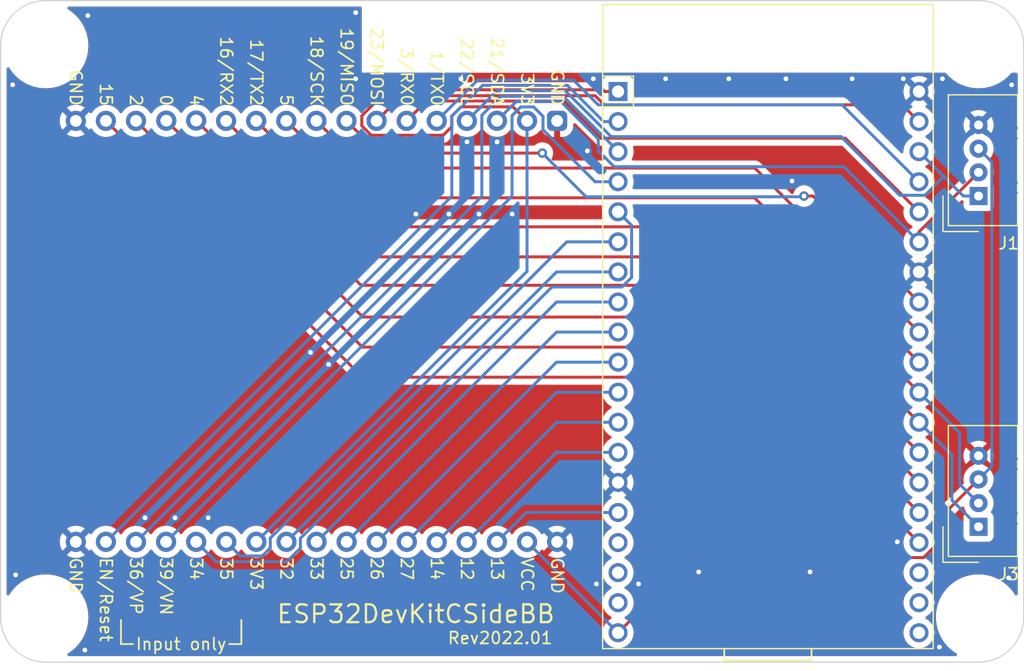
<source format=kicad_pcb>
(kicad_pcb (version 20211014) (generator pcbnew)
  (layers (0 "F.Cu" signal) (31 "B.Cu" signal) (34 "B.Paste" user) (35 "F.Paste" user) (36 "B.SilkS" user "B.Silkscreen") (37 "F.SilkS" user "F.Silkscreen") (38 "B.Mask" user) (39 "F.Mask" user) (44 "Edge.Cuts" user))
  (net 0 "")
  (net 1 "/22_SCL")
  (net 2 "/21_SDA")
  (net 3 "VCC")
  (net 4 "GND")
  (net 5 "+3V3")
  (net 6 "/1_TX0")
  (net 7 "/3_RX0")
  (net 8 "/23_MOSI")
  (net 9 "/19_MISO")
  (net 10 "/18_SCK")
  (net 11 "/5")
  (net 12 "/17_TX2")
  (net 13 "/16_RX2")
  (net 14 "/4")
  (net 15 "/0")
  (net 16 "/2")
  (net 17 "/15")
  (net 18 "/13")
  (net 19 "/12")
  (net 20 "/14")
  (net 21 "/27")
  (net 22 "/26")
  (net 23 "/25")
  (net 24 "/33")
  (net 25 "/32")
  (net 26 "/35")
  (net 27 "/34")
  (net 28 "/39_vn")
  (net 29 "/36_vp")
  (net 30 "/en_reset")
  (footprint "asukiaaa-kicad-footprints:ESP32-DEVKITC-32D" (layer "F.Cu") (at 198.17 55.9416)
    (fp_text reference "U1" hide)
    (fp_text value "ESP32-DEVKITC-32D")
    (fp_line (start 26.6 47.06) (end -1.3 47.06) (layer "F.SilkS") (width 0.12))
    (fp_line (start 16.3322 48.0568) (end 16.3322 47.0662) (layer "F.SilkS") (width 0.15))
    (fp_line (start -1.3 47.06) (end -1.3 -7.34) (layer "F.SilkS") (width 0.12))
    (fp_line (start 8.9662 47.0662) (end 8.9662 48.0568) (layer "F.SilkS") (width 0.15))
    (fp_line (start -1.3 -7.34) (end 26.6 -7.34) (layer "F.SilkS") (width 0.12))
    (fp_line (start 8.9662 48.0568) (end 16.3322 48.0568) (layer "F.SilkS") (width 0.15))
    (fp_line (start -1.3 -1.3) (end 1.3 -1.3) (layer "F.SilkS") (width 0.12))
    (fp_line (start 26.6 -7.34) (end 26.6 47.06) (layer "F.SilkS") (width 0.12))
    (fp_line (start 1.3 1.3) (end -1.3 1.3) (layer "F.SilkS") (width 0.12))
    (fp_line (start 1.3 -1.3) (end 1.3 1.3) (layer "F.SilkS") (width 0.12))
    (pad "1" thru_hole rect locked (at 0 0) (size 1.6 1.6) (drill 1.04) (layers *.Cu *.Mask) (net 5 "+3V3"))
    (pad "2" thru_hole circle locked (at 0 2.54) (size 1.6 1.6) (drill 1.04) (layers *.Cu *.Mask) (net 30 "/en_reset"))
    (pad "3" thru_hole circle locked (at 0 5.08) (size 1.6 1.6) (drill 1.04) (layers *.Cu *.Mask) (net 29 "/36_vp"))
    (pad "4" thru_hole circle locked (at 0 7.62) (size 1.6 1.6) (drill 1.04) (layers *.Cu *.Mask) (net 28 "/39_vn"))
    (pad "5" thru_hole circle locked (at 0 10.16) (size 1.6 1.6) (drill 1.04) (layers *.Cu *.Mask) (net 27 "/34"))
    (pad "6" thru_hole circle locked (at 0 12.7) (size 1.6 1.6) (drill 1.04) (layers *.Cu *.Mask) (net 26 "/35"))
    (pad "7" thru_hole circle locked (at 0 15.24) (size 1.6 1.6) (drill 1.04) (layers *.Cu *.Mask) (net 25 "/32"))
    (pad "8" thru_hole circle locked (at 0 17.78) (size 1.6 1.6) (drill 1.04) (layers *.Cu *.Mask) (net 24 "/33"))
    (pad "9" thru_hole circle locked (at 0 20.32) (size 1.6 1.6) (drill 1.04) (layers *.Cu *.Mask) (net 23 "/25"))
    (pad "10" thru_hole circle locked (at 0 22.86) (size 1.6 1.6) (drill 1.04) (layers *.Cu *.Mask) (net 22 "/26"))
    (pad "11" thru_hole circle locked (at 0 25.4) (size 1.6 1.6) (drill 1.04) (layers *.Cu *.Mask) (net 21 "/27"))
    (pad "12" thru_hole circle locked (at 0 27.94) (size 1.6 1.6) (drill 1.04) (layers *.Cu *.Mask) (net 20 "/14"))
    (pad "13" thru_hole circle locked (at 0 30.48) (size 1.6 1.6) (drill 1.04) (layers *.Cu *.Mask) (net 19 "/12"))
    (pad "14" thru_hole circle locked (at 0 33.02) (size 1.6 1.6) (drill 1.04) (layers *.Cu *.Mask) (net 4 "GND"))
    (pad "15" thru_hole circle locked (at 0 35.56) (size 1.6 1.6) (drill 1.04) (layers *.Cu *.Mask) (net 18 "/13"))
    (pad "16" thru_hole circle locked (at 0 38.1) (size 1.6 1.6) (drill 1.04) (layers *.Cu *.Mask))
    (pad "17" thru_hole circle locked (at 0 40.64) (size 1.6 1.6) (drill 1.04) (layers *.Cu *.Mask))
    (pad "18" thru_hole circle locked (at 0 43.18) (size 1.6 1.6) (drill 1.04) (layers *.Cu *.Mask))
    (pad "19" thru_hole circle locked (at 0 45.72) (size 1.6 1.6) (drill 1.04) (layers *.Cu *.Mask) (net 3 "VCC"))
    (pad "20" thru_hole circle locked (at 25.4 0) (size 1.6 1.6) (drill 1.04) (layers *.Cu *.Mask) (net 4 "GND"))
    (pad "21" thru_hole circle locked (at 25.4 2.54) (size 1.6 1.6) (drill 1.04) (layers *.Cu *.Mask) (net 8 "/23_MOSI"))
    (pad "22" thru_hole circle locked (at 25.4 5.08) (size 1.6 1.6) (drill 1.04) (layers *.Cu *.Mask) (net 1 "/22_SCL"))
    (pad "23" thru_hole circle locked (at 25.4 7.62) (size 1.6 1.6) (drill 1.04) (layers *.Cu *.Mask) (net 6 "/1_TX0"))
    (pad "24" thru_hole circle locked (at 25.4 10.16) (size 1.6 1.6) (drill 1.04) (layers *.Cu *.Mask) (net 7 "/3_RX0"))
    (pad "25" thru_hole circle locked (at 25.4 12.7) (size 1.6 1.6) (drill 1.04) (layers *.Cu *.Mask) (net 2 "/21_SDA"))
    (pad "26" thru_hole circle locked (at 25.4 15.24) (size 1.6 1.6) (drill 1.04) (layers *.Cu *.Mask) (net 4 "GND"))
    (pad "27" thru_hole circle locked (at 25.4 17.78) (size 1.6 1.6) (drill 1.04) (layers *.Cu *.Mask) (net 9 "/19_MISO"))
    (pad "28" thru_hole circle locked (at 25.4 20.32) (size 1.6 1.6) (drill 1.04) (layers *.Cu *.Mask) (net 10 "/18_SCK"))
    (pad "29" thru_hole circle locked (at 25.4 22.86) (size 1.6 1.6) (drill 1.04) (layers *.Cu *.Mask) (net 11 "/5"))
    (pad "30" thru_hole circle locked (at 25.4 25.4) (size 1.6 1.6) (drill 1.04) (layers *.Cu *.Mask) (net 12 "/17_TX2"))
    (pad "31" thru_hole circle locked (at 25.4 27.94) (size 1.6 1.6) (drill 1.04) (layers *.Cu *.Mask) (net 13 "/16_RX2"))
    (pad "32" thru_hole circle locked (at 25.4 30.48) (size 1.6 1.6) (drill 1.04) (layers *.Cu *.Mask) (net 14 "/4"))
    (pad "33" thru_hole circle locked (at 25.4 33.02) (size 1.6 1.6) (drill 1.04) (layers *.Cu *.Mask) (net 15 "/0"))
    (pad "34" thru_hole circle locked (at 25.4 35.56) (size 1.6 1.6) (drill 1.04) (layers *.Cu *.Mask) (net 16 "/2"))
    (pad "35" thru_hole circle locked (at 25.4 38.1) (size 1.6 1.6) (drill 1.04) (layers *.Cu *.Mask) (net 17 "/15"))
    (pad "36" thru_hole circle locked (at 25.4 40.64) (size 1.6 1.6) (drill 1.04) (layers *.Cu *.Mask))
    (pad "37" thru_hole circle locked (at 25.4 43.18) (size 1.6 1.6) (drill 1.04) (layers *.Cu *.Mask))
    (pad "38" thru_hole circle locked (at 25.4 45.72) (size 1.6 1.6) (drill 1.04) (layers *.Cu *.Mask))
  )
  (footprint "MountingHole:MountingHole_3.2mm_M3" (layer "F.Cu") (at 228.6 100.33)
    (fp_text reference "REF2" hide)
    (fp_text value "MountingHole_3.2mm_M3" hide)
    (pad "" np_thru_hole circle locked (at 0 0) (size 3.2 3.2) (drill 3.2) (layers *.Cu *.Mask))
  )
  (footprint "MountingHole:MountingHole_3.2mm_M3" (layer "F.Cu") (at 149.86 52.07)
    (fp_text reference "REF4" hide)
    (fp_text value "MountingHole_3.2mm_M3" hide)
    (pad "" np_thru_hole circle locked (at 0 0) (size 3.2 3.2) (drill 3.2) (layers *.Cu *.Mask))
  )
  (footprint "MountingHole:MountingHole_3.2mm_M3" (layer "F.Cu") (at 149.86 100.33)
    (fp_text reference "REF3" hide)
    (fp_text value "MountingHole_3.2mm_M3" hide)
    (pad "" np_thru_hole circle locked (at 0 0) (size 3.2 3.2) (drill 3.2) (layers *.Cu *.Mask))
  )
  (footprint "Connector:NS-Tech_Grove_1x04_P2mm_Vertical" (layer "F.Cu") (at 228.6 92.71 180)
    (fp_text reference "J3" (at -2.54 -4) (layer "F.SilkS"))
    (fp_text value "Grove-I2C-connector")
    (fp_line (start -3.3 0.4) (end -3.3 1) (layer "F.SilkS") (width 0.12))
    (fp_line (start 0 -3) (end 3 -3) (layer "F.SilkS") (width 0.12))
    (fp_line (start 3 -3) (end 3 0) (layer "F.SilkS") (width 0.12))
    (fp_line (start -3.3 1.25) (end -3.3 4.75) (layer "F.SilkS") (width 0.12))
    (fp_line (start -3.3 8.55) (end 2.55 8.55) (layer "F.SilkS") (width 0.12))
    (fp_line (start -3.3 -2.5) (end -3.3 0.15) (layer "F.SilkS") (width 0.12))
    (fp_line (start -3.3 5.9) (end -3.3 8.55) (layer "F.SilkS") (width 0.12))
    (fp_line (start -3.3 5) (end -3.3 5.6) (layer "F.SilkS") (width 0.12))
    (fp_line (start -3.3 -2.5) (end 2.55 -2.5) (layer "F.SilkS") (width 0.12))
    (fp_line (start 2.55 -2.5) (end 2.55 8.55) (layer "F.SilkS") (width 0.12))
    (pad "1" thru_hole rect locked (at 0 0 180) (size 1.524 1.524) (drill 0.762) (layers *.Cu *.Mask) (net 13 "/16_RX2"))
    (pad "2" thru_hole circle locked (at 0 2 180) (size 1.524 1.524) (drill 0.762) (layers *.Cu *.Mask) (net 12 "/17_TX2"))
    (pad "3" thru_hole circle locked (at 0 4 180) (size 1.524 1.524) (drill 0.762) (layers *.Cu *.Mask) (net 3 "VCC"))
    (pad "4" thru_hole circle locked (at 0 6 180) (size 1.524 1.524) (drill 0.762) (layers *.Cu *.Mask) (net 4 "GND"))
  )
  (footprint "Connector:NS-Tech_Grove_1x04_P2mm_Vertical" (layer "F.Cu") (at 228.6 64.77 180)
    (fp_text reference "J1" (at -2.54 -4) (layer "F.SilkS"))
    (fp_text value "Grove-I2C-connector")
    (fp_line (start -3.3 5.9) (end -3.3 8.55) (layer "F.SilkS") (width 0.12))
    (fp_line (start -3.3 0.4) (end -3.3 1) (layer "F.SilkS") (width 0.12))
    (fp_line (start -3.3 1.25) (end -3.3 4.75) (layer "F.SilkS") (width 0.12))
    (fp_line (start -3.3 -2.5) (end -3.3 0.15) (layer "F.SilkS") (width 0.12))
    (fp_line (start 3 -3) (end 3 0) (layer "F.SilkS") (width 0.12))
    (fp_line (start 2.55 -2.5) (end 2.55 8.55) (layer "F.SilkS") (width 0.12))
    (fp_line (start -3.3 5) (end -3.3 5.6) (layer "F.SilkS") (width 0.12))
    (fp_line (start -3.3 8.55) (end 2.55 8.55) (layer "F.SilkS") (width 0.12))
    (fp_line (start -3.3 -2.5) (end 2.55 -2.5) (layer "F.SilkS") (width 0.12))
    (fp_line (start 0 -3) (end 3 -3) (layer "F.SilkS") (width 0.12))
    (pad "1" thru_hole rect locked (at 0 0 180) (size 1.524 1.524) (drill 0.762) (layers *.Cu *.Mask) (net 1 "/22_SCL"))
    (pad "2" thru_hole circle locked (at 0 2 180) (size 1.524 1.524) (drill 0.762) (layers *.Cu *.Mask) (net 2 "/21_SDA"))
    (pad "3" thru_hole circle locked (at 0 4 180) (size 1.524 1.524) (drill 0.762) (layers *.Cu *.Mask) (net 3 "VCC"))
    (pad "4" thru_hole circle locked (at 0 6 180) (size 1.524 1.524) (drill 0.762) (layers *.Cu *.Mask) (net 4 "GND"))
  )
  (footprint "asukiaaa-kicad-footprints:mini-bread-board-1x17x2" (layer "F.Cu") (at 172.72 76.2 -90)
    (fp_text reference "J2" hide)
    (fp_text value "mini-bread-board-1x17x2")
    (pad "1" thru_hole roundrect (at -17.78 -20.306594) (size 1.7 1.7) (drill 1) (layers *.Cu *.Mask) (net 4 "GND"))
    (pad "2" thru_hole circle (at -17.78 -17.766594 270) (size 1.7 1.7) (drill 1) (layers *.Cu *.Mask) (net 5 "+3V3"))
    (pad "3" thru_hole circle (at -17.789586 -15.226594 270) (size 1.7 1.7) (drill 1) (layers *.Cu *.Mask) (net 2 "/21_SDA"))
    (pad "4" thru_hole circle (at -17.78 -12.686594 270) (size 1.7 1.7) (drill 1) (layers *.Cu *.Mask) (net 1 "/22_SCL"))
    (pad "5" thru_hole circle (at -17.78 -10.146594 270) (size 1.7 1.7) (drill 1) (layers *.Cu *.Mask) (net 6 "/1_TX0"))
    (pad "6" thru_hole circle (at -17.78 -7.606594 270) (size 1.7 1.7) (drill 1) (layers *.Cu *.Mask) (net 7 "/3_RX0"))
    (pad "7" thru_hole circle (at -17.78 -5.066594 270) (size 1.7 1.7) (drill 1) (layers *.Cu *.Mask) (net 8 "/23_MOSI"))
    (pad "8" thru_hole circle (at -17.78 -2.526594 270) (size 1.7 1.7) (drill 1) (layers *.Cu *.Mask) (net 9 "/19_MISO"))
    (pad "9" thru_hole circle (at -17.78 0.013406 270) (size 1.7 1.7) (drill 1) (layers *.Cu *.Mask) (net 10 "/18_SCK"))
    (pad "10" thru_hole circle (at -17.78 2.553406 270) (size 1.7 1.7) (drill 1) (layers *.Cu *.Mask) (net 11 "/5"))
    (pad "11" thru_hole circle (at -17.78 5.093406 270) (size 1.7 1.7) (drill 1) (layers *.Cu *.Mask) (net 12 "/17_TX2"))
    (pad "12" thru_hole circle (at -17.78 7.633406 270) (size 1.7 1.7) (drill 1) (layers *.Cu *.Mask) (net 13 "/16_RX2"))
    (pad "13" thru_hole circle (at -17.808711 10.16 270) (size 1.7 1.7) (drill 1) (layers *.Cu *.Mask) (net 14 "/4"))
    (pad "14" thru_hole circle (at -17.796615 12.683384 270) (size 1.7 1.7) (drill 1) (layers *.Cu *.Mask) (net 15 "/0"))
    (pad "15" thru_hole circle (at -17.78 15.24 270) (size 1.7 1.7) (drill 1) (layers *.Cu *.Mask) (net 16 "/2"))
    (pad "16" thru_hole circle (at -17.78 17.78 270) (size 1.7 1.7) (drill 1) (layers *.Cu *.Mask) (net 17 "/15"))
    (pad "17" thru_hole circle (at -17.78 20.32 270) (size 1.7 1.7) (drill 1) (layers *.Cu *.Mask) (net 4 "GND"))
    (pad "18" thru_hole circle (at 17.78 20.32 90) (size 1.7 1.7) (drill 1) (layers *.Cu *.Mask) (net 4 "GND"))
    (pad "19" thru_hole circle (at 17.780001 17.78 90) (size 1.7 1.7) (drill 1) (layers *.Cu *.Mask) (net 30 "/en_reset"))
    (pad "20" thru_hole circle (at 17.789587 15.24 90) (size 1.7 1.7) (drill 1) (layers *.Cu *.Mask) (net 29 "/36_vp"))
    (pad "21" thru_hole circle (at 17.780001 12.7 90) (size 1.7 1.7) (drill 1) (layers *.Cu *.Mask) (net 28 "/39_vn"))
    (pad "22" thru_hole circle (at 17.780001 10.16 90) (size 1.7 1.7) (drill 1) (layers *.Cu *.Mask) (net 27 "/34"))
    (pad "23" thru_hole circle (at 17.780001 7.62 90) (size 1.7 1.7) (drill 1) (layers *.Cu *.Mask) (net 26 "/35"))
    (pad "24" thru_hole circle (at 17.780001 5.08 90) (size 1.7 1.7) (drill 1) (layers *.Cu *.Mask) (net 5 "+3V3"))
    (pad "25" thru_hole circle (at 17.780001 2.54 90) (size 1.7 1.7) (drill 1) (layers *.Cu *.Mask) (net 25 "/32"))
    (pad "26" thru_hole circle (at 17.780001 0 90) (size 1.7 1.7) (drill 1) (layers *.Cu *.Mask) (net 24 "/33"))
    (pad "27" thru_hole circle (at 17.780001 -2.54 90) (size 1.7 1.7) (drill 1) (layers *.Cu *.Mask) (net 23 "/25"))
    (pad "28" thru_hole circle (at 17.780001 -5.08 90) (size 1.7 1.7) (drill 1) (layers *.Cu *.Mask) (net 22 "/26"))
    (pad "29" thru_hole circle (at 17.780001 -7.62 90) (size 1.7 1.7) (drill 1) (layers *.Cu *.Mask) (net 21 "/27"))
    (pad "30" thru_hole circle (at 17.808712 -10.146594 90) (size 1.7 1.7) (drill 1) (layers *.Cu *.Mask) (net 20 "/14"))
    (pad "31" thru_hole circle (at 17.796616 -12.669978 90) (size 1.7 1.7) (drill 1) (layers *.Cu *.Mask) (net 19 "/12"))
    (pad "32" thru_hole circle (at 17.780001 -15.226594 90) (size 1.7 1.7) (drill 1) (layers *.Cu *.Mask) (net 18 "/13"))
    (pad "33" thru_hole circle (at 17.780001 -17.766594 90) (size 1.7 1.7) (drill 1) (layers *.Cu *.Mask) (net 3 "VCC"))
    (pad "34" thru_hole circle (at 17.780001 -20.306594 90) (size 1.7 1.7) (drill 1) (layers *.Cu *.Mask) (net 4 "GND"))
  )
  (footprint "MountingHole:MountingHole_3.2mm_M3" (layer "F.Cu") (at 228.6 52.07)
    (fp_text reference "REF1" hide)
    (fp_text value "MountingHole_3.2mm_M3" hide)
    (pad "" np_thru_hole circle locked (at 0 0) (size 3.2 3.2) (drill 3.2) (layers *.Cu *.Mask))
  )
  (gr_line (start 156.21 102.616) (end 157.226 102.616) (layer "F.SilkS") (width 0.15))
  (gr_line (start 156.21 100.584) (end 156.21 102.616) (layer "F.SilkS") (width 0.15))
  (gr_line (start 165.354 102.616) (end 166.37 102.616) (layer "F.SilkS") (width 0.15))
  (gr_line (start 166.37 102.616) (end 166.37 100.584) (layer "F.SilkS") (width 0.15))
  (gr_line (start 146.050001 52.070001) (end 146.050001 100.329999) (layer "Edge.Cuts") (width 0.1))
  (gr_line (start 232.409999 100.329999) (end 232.41 52.07) (layer "Edge.Cuts") (width 0.1))
  (gr_arc (start 232.409999 100.329999) (mid 231.294076 103.024076) (end 228.599999 104.139999) (layer "Edge.Cuts") (width 0.1))
  (gr_line (start 228.6 48.26) (end 149.860001 48.260001) (layer "Edge.Cuts") (width 0.1))
  (gr_line (start 149.860001 104.139999) (end 228.599999 104.139999) (layer "Edge.Cuts") (width 0.1))
  (gr_arc (start 146.050001 52.070001) (mid 147.165924 49.375924) (end 149.860001 48.260001) (layer "Edge.Cuts") (width 0.1))
  (gr_arc (start 149.860001 104.139999) (mid 147.165924 103.024076) (end 146.050001 100.329999) (layer "Edge.Cuts") (width 0.1))
  (gr_arc (start 228.6 48.26) (mid 231.294077 49.375923) (end 232.41 52.07) (layer "Edge.Cuts") (width 0.1))
  (gr_text "25" (at 175.26 96.266 270) (layer "F.SilkS") (effects (font (size 1 1))))
  (gr_text "GND" (at 193.04 55.626 270) (layer "F.SilkS") (effects (font (size 1 1))))
  (gr_text "4" (at 162.56 56.673619 270) (layer "F.SilkS") (effects (font (size 1 1))))
  (gr_text "3V3" (at 167.64 96.694571 270) (layer "F.SilkS") (effects (font (size 1 1))))
  (gr_text "12" (at 185.42 96.266 270) (layer "F.SilkS") (effects (font (size 1 1))))
  (gr_text "18/SCK" (at 172.72 54.197429 270) (layer "F.SilkS") (effects (font (size 1 1))))
  (gr_text "Input only" (at 161.29 102.616) (layer "F.SilkS") (effects (font (size 1 1))))
  (gr_text "22/SCL" (at 185.42 54.292667 270) (layer "F.SilkS") (effects (font (size 1 1))))
  (gr_text "3/RX0" (at 180.34 54.697429 270) (layer "F.SilkS") (effects (font (size 1 1))))
  (gr_text "15" (at 154.94 56.197429 270) (layer "F.SilkS") (effects (font (size 1 1))))
  (gr_text "GND" (at 193.04 96.837428 270) (layer "F.SilkS") (effects (font (size 1 1))))
  (gr_text "33" (at 172.72 96.266 270) (layer "F.SilkS") (effects (font (size 1 1))))
  (gr_text "19/MISO" (at 175.26 53.864095 270) (layer "F.SilkS") (effects (font (size 1 1))))
  (gr_text "35" (at 165.1 96.266 270) (layer "F.SilkS") (effects (font (size 1 1))))
  (gr_text "39/VN" (at 160.02 97.74219 270) (layer "F.SilkS") (effects (font (size 1 1))))
  (gr_text "14" (at 182.88 96.266 270) (layer "F.SilkS") (effects (font (size 1 1))))
  (gr_text "ESP32DevKitCSideBB" (at 181.102 100.076) (layer "F.SilkS") (effects (font (size 1.5 1.5) (thickness 0.2))))
  (gr_text "17/TX2" (at 167.64 54.340286 270) (layer "F.SilkS") (effects (font (size 1 1))))
  (gr_text "Rev2022.01" (at 188.214 102.108) (layer "F.SilkS") (effects (font (size 1 1))))
  (gr_text "21/SDA" (at 187.96 54.268857 270) (layer "F.SilkS") (effects (font (size 1 1))))
  (gr_text "EN/Reset" (at 154.94 98.861238 270) (layer "F.SilkS") (effects (font (size 1 1))))
  (gr_text "23/MOSI" (at 177.8 53.864095 270) (layer "F.SilkS") (effects (font (size 1 1))))
  (gr_text "GND" (at 152.4 96.837428 270) (layer "F.SilkS") (effects (font (size 1 1))))
  (gr_text "1/TX0" (at 182.88 54.816476 270) (layer "F.SilkS") (effects (font (size 1 1))))
  (gr_text "5" (at 170.18 56.673619 270) (layer "F.SilkS") (effects (font (size 1 1))))
  (gr_text "13" (at 187.96 96.266 270) (layer "F.SilkS") (effects (font (size 1 1))))
  (gr_text "36/VP" (at 157.48 97.718381 270) (layer "F.SilkS") (effects (font (size 1 1))))
  (gr_text "27" (at 180.34 96.266 270) (layer "F.SilkS") (effects (font (size 1 1))))
  (gr_text "2" (at 157.48 56.673619 270) (layer "F.SilkS") (effects (font (size 1 1))))
  (gr_text "VCC" (at 190.5 96.74219 270) (layer "F.SilkS") (effects (font (size 1 1))))
  (gr_text "26" (at 177.8 96.266 270) (layer "F.SilkS") (effects (font (size 1 1))))
  (gr_text "0" (at 160.02 56.673619 270) (layer "F.SilkS") (effects (font (size 1 1))))
  (gr_text "3V3" (at 190.5 55.768857 270) (layer "F.SilkS") (effects (font (size 1 1))))
  (gr_text "34" (at 162.56 96.266 270) (layer "F.SilkS") (effects (font (size 1 1))))
  (gr_text "GND" (at 152.4 55.626 270) (layer "F.SilkS") (effects (font (size 1 1))))
  (gr_text "32" (at 170.18 96.266 270) (layer "F.SilkS") (effects (font (size 1 1))))
  (gr_text "16/RX2" (at 165.1 54.221238 270) (layer "F.SilkS") (effects (font (size 1 1))))
  (segment (start 221.9481 64.7055) (end 224.0827 64.7055) (width 0.25) (layer "B.Cu") (net 1))
  (segment (start 228.6 64.77) (end 227.3184 64.77) (width 0.25) (layer "B.Cu") (net 1))
  (segment (start 225.6683 63.1199) (end 223.57 61.0216) (width 0.25) (layer "B.Cu") (net 1))
  (segment (start 227.3184 64.77) (end 225.6683 63.1199) (width 0.25) (layer "B.Cu") (net 1))
  (segment (start 193.706 55.8727) (end 197.5849 59.7516) (width 0.25) (layer "B.Cu") (net 1))
  (segment (start 224.0827 64.7055) (end 225.6683 63.1199) (width 0.25) (layer "B.Cu") (net 1))
  (segment (start 185.4066 58.42) (end 187.9539 55.8727) (width 0.25) (layer "B.Cu") (net 1))
  (segment (start 216.9942 59.7516) (end 221.9481 64.7055) (width 0.25) (layer "B.Cu") (net 1))
  (segment (start 187.9539 55.8727) (end 193.706 55.8727) (width 0.25) (layer "B.Cu") (net 1))
  (segment (start 197.5849 59.7516) (end 216.9942 59.7516) (width 0.25) (layer "B.Cu") (net 1))
  (segment (start 223.57 67.8) (end 223.57 68.6416) (width 0.25) (layer "F.Cu") (net 2))
  (segment (start 228.6 62.77) (end 223.57 67.8) (width 0.25) (layer "F.Cu") (net 2))
  (segment (start 187.9466 58.4104) (end 189.564 56.793) (width 0.25) (layer "B.Cu") (net 2))
  (segment (start 197.8406 62.2916) (end 217.22 62.2916) (width 0.25) (layer "B.Cu") (net 2))
  (segment (start 193.3525 56.793) (end 196.4992 59.9397) (width 0.25) (layer "B.Cu") (net 2))
  (segment (start 217.22 62.2916) (end 223.57 68.6416) (width 0.25) (layer "B.Cu") (net 2))
  (segment (start 196.4992 59.9397) (end 196.4992 60.9502) (width 0.25) (layer "B.Cu") (net 2))
  (segment (start 189.564 56.793) (end 193.3525 56.793) (width 0.25) (layer "B.Cu") (net 2))
  (segment (start 196.4992 60.9502) (end 197.8406 62.2916) (width 0.25) (layer "B.Cu") (net 2))
  (segment (start 225.8404 91.4696) (end 228.6 88.71) (width 0.25) (layer "F.Cu") (net 3))
  (segment (start 198.17 101.6616) (end 204.52 95.3116) (width 0.25) (layer "F.Cu") (net 3))
  (segment (start 223.9559 95.3116) (end 225.8404 93.4271) (width 0.25) (layer "F.Cu") (net 3))
  (segment (start 204.52 95.3116) (end 223.9559 95.3116) (width 0.25) (layer "F.Cu") (net 3))
  (segment (start 225.8404 93.4271) (end 225.8404 91.4696) (width 0.25) (layer "F.Cu") (net 3))
  (segment (start 198.1682 101.6616) (end 198.17 101.6616) (width 0.25) (layer "B.Cu") (net 3))
  (segment (start 228.6 88.71) (end 229.7219 87.5881) (width 0.25) (layer "B.Cu") (net 3))
  (segment (start 229.7219 87.5881) (end 229.7219 61.8919) (width 0.25) (layer "B.Cu") (net 3))
  (segment (start 229.7219 61.8919) (end 228.6 60.77) (width 0.25) (layer "B.Cu") (net 3))
  (segment (start 190.4866 93.98) (end 198.1682 101.6616) (width 0.25) (layer "B.Cu") (net 3))
  (segment (start 196.088 54.864) (end 196.21698 54.73502) (width 0.25) (layer "F.Cu") (net 4))
  (segment (start 202.05502 54.73502) (end 202.184 54.864) (width 0.25) (layer "F.Cu") (net 4))
  (via (at 231.14 97.028) (size 0.8) (drill 0.4) (layers "F.Cu" "B.Cu") (net 4))
  (via (at 217.932 54.864) (size 0.8) (drill 0.4) (layers "F.Cu" "B.Cu") (net 4))
  (via (at 195.58 60.96) (size 0.8) (drill 0.4) (layers "F.Cu" "B.Cu") (net 4))
  (via (at 196.088 54.864) (size 0.8) (drill 0.4) (layers "F.Cu" "B.Cu") (net 4))
  (via (at 189.23 66.294) (size 0.8) (drill 0.4) (layers "F.Cu" "B.Cu") (net 4))
  (via (at 185.42 60.198) (size 0.8) (drill 0.4) (layers "F.Cu" "B.Cu") (net 4))
  (via (at 153.162 103.124) (size 0.8) (drill 0.4) (layers "F.Cu" "B.Cu") (net 4))
  (via (at 202.184 54.864) (size 0.8) (drill 0.4) (layers "F.Cu" "B.Cu") (net 4))
  (via (at 158.242 91.948) (size 0.8) (drill 0.4) (layers "F.Cu" "B.Cu") (net 4))
  (via (at 199.898 97.536) (size 0.8) (drill 0.4) (layers "F.Cu" "B.Cu") (net 4))
  (via (at 163.576 91.948) (size 0.8) (drill 0.4) (layers "F.Cu" "B.Cu") (net 4))
  (via (at 222.25 54.864) (size 0.8) (drill 0.4) (layers "F.Cu" "B.Cu") (net 4))
  (via (at 204.978 96.52) (size 0.8) (drill 0.4) (layers "F.Cu" "B.Cu") (net 4))
  (via (at 153.416 49.53) (size 0.8) (drill 0.4) (layers "F.Cu" "B.Cu") (net 4))
  (via (at 181.102 66.294) (size 0.8) (drill 0.4) (layers "F.Cu" "B.Cu") (net 4))
  (via (at 173.736 78.994) (size 0.8) (drill 0.4) (layers "F.Cu" "B.Cu") (net 4))
  (via (at 196.342 97.536) (size 0.8) (drill 0.4) (layers "F.Cu" "B.Cu") (net 4))
  (via (at 231.394 55.372) (size 0.8) (drill 0.4) (layers "F.Cu" "B.Cu") (net 4))
  (via (at 160.782 91.948) (size 0.8) (drill 0.4) (layers "F.Cu" "B.Cu") (net 4))
  (via (at 225.552 54.864) (size 0.8) (drill 0.4) (layers "F.Cu" "B.Cu") (net 4))
  (via (at 207.518 54.864) (size 0.8) (drill 0.4) (layers "F.Cu" "B.Cu") (net 4))
  (via (at 147.066 55.372) (size 0.8) (drill 0.4) (layers "F.Cu" "B.Cu") (net 4))
  (via (at 176.022 54.864) (size 0.8) (drill 0.4) (layers "F.Cu" "B.Cu") (net 4))
  (via (at 172.212 77.978) (size 0.8) (drill 0.4) (layers "F.Cu" "B.Cu") (net 4))
  (via (at 183.896 66.294) (size 0.8) (drill 0.4) (layers "F.Cu" "B.Cu") (net 4))
  (via (at 212.344 54.864) (size 0.8) (drill 0.4) (layers "F.Cu" "B.Cu") (net 4))
  (via (at 214.376 96.52) (size 0.8) (drill 0.4) (layers "F.Cu" "B.Cu") (net 4))
  (via (at 147.32 96.774) (size 0.8) (drill 0.4) (layers "F.Cu" "B.Cu") (net 4))
  (via (at 184.912 54.864) (size 0.8) (drill 0.4) (layers "F.Cu" "B.Cu") (net 4))
  (via (at 212.852 63.5) (size 0.8) (drill 0.4) (layers "F.Cu" "B.Cu") (net 4))
  (via (at 225.298 102.87) (size 0.8) (drill 0.4) (layers "F.Cu" "B.Cu") (net 4))
  (via (at 187.96 60.198) (size 0.8) (drill 0.4) (layers "F.Cu" "B.Cu") (net 4))
  (via (at 176.022 49.276) (size 0.8) (drill 0.4) (layers "F.Cu" "B.Cu") (net 4))
  (via (at 186.436 66.294) (size 0.8) (drill 0.4) (layers "F.Cu" "B.Cu") (net 4))
  (via (at 221.742 93.98) (size 0.8) (drill 0.4) (layers "F.Cu" "B.Cu") (net 4))
  (segment (start 177.3363 59.6361) (end 176.5396 58.8394) (width 0.25) (layer "F.Cu") (net 5))
  (segment (start 196.8972 55.7941) (end 197.0447 55.9416) (width 0.25) (layer "F.Cu") (net 5))
  (segment (start 190.4866 58.42) (end 189.3016 57.235) (width 0.25) (layer "F.Cu") (net 5))
  (segment (start 189.3016 57.235) (end 184.9201 57.235) (width 0.25) (layer "F.Cu") (net 5))
  (segment (start 178.7344 55.7941) (end 196.8972 55.7941) (width 0.25) (layer "F.Cu") (net 5))
  (segment (start 184.9201 57.235) (end 184.1366 58.0185) (width 0.25) (layer "F.Cu") (net 5))
  (segment (start 176.5396 58.8394) (end 176.5396 57.9889) (width 0.25) (layer "F.Cu") (net 5))
  (segment (start 198.17 55.9416) (end 197.0447 55.9416) (width 0.25) (layer "F.Cu") (net 5))
  (segment (start 184.1366 58.0185) (end 184.1366 58.9056) (width 0.25) (layer "F.Cu") (net 5))
  (segment (start 176.5396 57.9889) (end 178.7344 55.7941) (width 0.25) (layer "F.Cu") (net 5))
  (segment (start 184.1366 58.9056) (end 183.4061 59.6361) (width 0.25) (layer "F.Cu") (net 5))
  (segment (start 183.4061 59.6361) (end 177.3363 59.6361) (width 0.25) (layer "F.Cu") (net 5))
  (segment (start 190.4866 71.1334) (end 190.4866 58.42) (width 0.25) (layer "B.Cu") (net 5))
  (segment (start 167.64 93.98) (end 190.4866 71.1334) (width 0.25) (layer "B.Cu") (net 5))
  (segment (start 186.3185 54.9681) (end 182.8666 58.42) (width 0.25) (layer "B.Cu") (net 6))
  (segment (start 196.495 57.067) (end 194.3961 54.9681) (width 0.25) (layer "B.Cu") (net 6))
  (segment (start 194.3961 54.9681) (end 186.3185 54.9681) (width 0.25) (layer "B.Cu") (net 6))
  (segment (start 217.0754 57.067) (end 196.495 57.067) (width 0.25) (layer "B.Cu") (net 6))
  (segment (start 223.57 63.5616) (end 217.0754 57.067) (width 0.25) (layer "B.Cu") (net 6))
  (segment (start 180.3266 58.42) (end 182.0029 56.7437) (width 0.25) (layer "F.Cu") (net 7))
  (segment (start 182.0029 56.7437) (end 193.5892 56.7437) (width 0.25) (layer "F.Cu") (net 7))
  (segment (start 196.731 59.8855) (end 217.3539 59.8855) (width 0.25) (layer "F.Cu") (net 7))
  (segment (start 193.5892 56.7437) (end 196.731 59.8855) (width 0.25) (layer "F.Cu") (net 7))
  (segment (start 217.3539 59.8855) (end 223.57 66.1016) (width 0.25) (layer "F.Cu") (net 7))
  (segment (start 222.1554 57.067) (end 223.57 58.4816) (width 0.25) (layer "F.Cu") (net 8))
  (segment (start 197.0068 57.067) (end 222.1554 57.067) (width 0.25) (layer "F.Cu") (net 8))
  (segment (start 196.2331 56.2933) (end 197.0068 57.067) (width 0.25) (layer "F.Cu") (net 8))
  (segment (start 179.9133 56.2933) (end 196.2331 56.2933) (width 0.25) (layer "F.Cu") (net 8))
  (segment (start 177.7866 58.42) (end 179.9133 56.2933) (width 0.25) (layer "F.Cu") (net 8))
  (segment (start 213.868 64.77) (end 214.6184 64.77) (width 0.25) (layer "F.Cu") (net 9))
  (segment (start 214.6184 64.77) (end 223.57 73.7216) (width 0.25) (layer "F.Cu") (net 9))
  (segment (start 177.9701 61.1435) (end 191.7778 61.1435) (width 0.25) (layer "F.Cu") (net 9))
  (segment (start 175.2466 58.42) (end 177.9701 61.1435) (width 0.25) (layer "F.Cu") (net 9))
  (via (at 191.7778 61.1435) (size 0.8) (drill 0.4) (layers "F.Cu" "B.Cu") (net 9))
  (via (at 213.868 64.77) (size 0.8) (drill 0.4) (layers "F.Cu" "B.Cu") (net 9))
  (segment (start 213.868 64.77) (end 213.8064 64.8316) (width 0.25) (layer "B.Cu") (net 9))
  (segment (start 213.8064 64.8316) (end 195.4659 64.8316) (width 0.25) (layer "B.Cu") (net 9))
  (segment (start 195.4659 64.8316) (end 191.7778 61.1435) (width 0.25) (layer "B.Cu") (net 9))
  (segment (start 176.6921 62.4055) (end 209.7139 62.4055) (width 0.25) (layer "F.Cu") (net 10))
  (segment (start 172.7066 58.42) (end 176.6921 62.4055) (width 0.25) (layer "F.Cu") (net 10))
  (segment (start 209.7139 62.4055) (end 223.57 76.2616) (width 0.25) (layer "F.Cu") (net 10))
  (segment (start 176.6685 64.9219) (end 209.6903 64.9219) (width 0.25) (layer "F.Cu") (net 11))
  (segment (start 170.1666 58.42) (end 176.6685 64.9219) (width 0.25) (layer "F.Cu") (net 11))
  (segment (start 209.6903 64.9219) (end 223.57 78.8016) (width 0.25) (layer "F.Cu") (net 11))
  (segment (start 167.6266 58.42) (end 176.5782 67.3716) (width 0.25) (layer "F.Cu") (net 12))
  (segment (start 209.6 67.3716) (end 223.57 81.3416) (width 0.25) (layer "F.Cu") (net 12))
  (segment (start 176.5782 67.3716) (end 209.6 67.3716) (width 0.25) (layer "F.Cu") (net 12))
  (segment (start 223.57 81.3416) (end 227.0005 84.7721) (width 0.25) (layer "B.Cu") (net 12))
  (segment (start 227.0005 89.1105) (end 228.6 90.71) (width 0.25) (layer "B.Cu") (net 12))
  (segment (start 227.0005 84.7721) (end 227.0005 89.1105) (width 0.25) (layer "B.Cu") (net 12))
  (segment (start 176.5782 69.9116) (end 209.6 69.9116) (width 0.25) (layer "F.Cu") (net 13))
  (segment (start 209.6 69.9116) (end 223.57 83.8816) (width 0.25) (layer "F.Cu") (net 13))
  (segment (start 165.0866 58.42) (end 176.5782 69.9116) (width 0.25) (layer "F.Cu") (net 13))
  (segment (start 226.3565 86.6681) (end 226.3565 90.4665) (width 0.25) (layer "B.Cu") (net 13))
  (segment (start 223.57 83.8816) (end 226.3565 86.6681) (width 0.25) (layer "B.Cu") (net 13))
  (segment (start 226.3565 90.4665) (end 228.6 92.71) (width 0.25) (layer "B.Cu") (net 13))
  (segment (start 209.4554 72.307) (end 223.57 86.4216) (width 0.25) (layer "F.Cu") (net 14))
  (segment (start 176.4757 72.307) (end 209.4554 72.307) (width 0.25) (layer "F.Cu") (net 14))
  (segment (start 162.56 58.3913) (end 176.4757 72.307) (width 0.25) (layer "F.Cu") (net 14))
  (segment (start 176.6248 74.9916) (end 209.6 74.9916) (width 0.25) (layer "F.Cu") (net 15))
  (segment (start 209.6 74.9916) (end 223.57 88.9616) (width 0.25) (layer "F.Cu") (net 15))
  (segment (start 160.0366 58.4034) (end 176.6248 74.9916) (width 0.25) (layer "F.Cu") (net 15))
  (segment (start 176.5916 77.5316) (end 209.6 77.5316) (width 0.25) (layer "F.Cu") (net 16))
  (segment (start 157.48 58.42) (end 176.5916 77.5316) (width 0.25) (layer "F.Cu") (net 16))
  (segment (start 209.6 77.5316) (end 223.57 91.5016) (width 0.25) (layer "F.Cu") (net 16))
  (segment (start 209.6 80.0716) (end 223.57 94.0416) (width 0.25) (layer "F.Cu") (net 17))
  (segment (start 176.5916 80.0716) (end 209.6 80.0716) (width 0.25) (layer "F.Cu") (net 17))
  (segment (start 154.94 58.42) (end 176.5916 80.0716) (width 0.25) (layer "F.Cu") (net 17))
  (segment (start 190.425 91.5016) (end 198.17 91.5016) (width 0.25) (layer "B.Cu") (net 18))
  (segment (start 187.9466 93.98) (end 190.425 91.5016) (width 0.25) (layer "B.Cu") (net 18))
  (segment (start 192.965 86.4216) (end 198.17 86.4216) (width 0.25) (layer "B.Cu") (net 19))
  (segment (start 185.39 93.9966) (end 192.965 86.4216) (width 0.25) (layer "B.Cu") (net 19))
  (segment (start 182.8666 94.0087) (end 192.9937 83.8816) (width 0.25) (layer "B.Cu") (net 20))
  (segment (start 192.9937 83.8816) (end 198.17 83.8816) (width 0.25) (layer "B.Cu") (net 20))
  (segment (start 192.9784 81.3416) (end 198.17 81.3416) (width 0.25) (layer "B.Cu") (net 21))
  (segment (start 180.34 93.98) (end 192.9784 81.3416) (width 0.25) (layer "B.Cu") (net 21))
  (segment (start 192.9784 78.8016) (end 198.17 78.8016) (width 0.25) (layer "B.Cu") (net 22))
  (segment (start 177.8 93.98) (end 192.9784 78.8016) (width 0.25) (layer "B.Cu") (net 22))
  (segment (start 175.26 93.98) (end 192.9784 76.2616) (width 0.25) (layer "B.Cu") (net 23))
  (segment (start 192.9784 76.2616) (end 198.17 76.2616) (width 0.25) (layer "B.Cu") (net 23))
  (segment (start 192.9784 73.7216) (end 198.17 73.7216) (width 0.25) (layer "B.Cu") (net 24))
  (segment (start 172.72 93.98) (end 192.9784 73.7216) (width 0.25) (layer "B.Cu") (net 24))
  (segment (start 192.9784 71.1816) (end 198.17 71.1816) (width 0.25) (layer "B.Cu") (net 25))
  (segment (start 170.18 93.98) (end 192.9784 71.1816) (width 0.25) (layer "B.Cu") (net 25))
  (segment (start 166.2917 95.1717) (end 168.1419 95.1717) (width 0.25) (layer "B.Cu") (net 26))
  (segment (start 168.1419 95.1717) (end 168.8154 94.4982) (width 0.25) (layer "B.Cu") (net 26))
  (segment (start 168.8154 94.4982) (end 168.8154 93.6664) (width 0.25) (layer "B.Cu") (net 26))
  (segment (start 168.8154 93.6664) (end 193.8402 68.6416) (width 0.25) (layer "B.Cu") (net 26))
  (segment (start 165.1 93.98) (end 166.2917 95.1717) (width 0.25) (layer "B.Cu") (net 26))
  (segment (start 193.8402 68.6416) (end 198.17 68.6416) (width 0.25) (layer "B.Cu") (net 26))
  (segment (start 171.3554 94.5112) (end 171.3554 93.6824) (width 0.25) (layer "B.Cu") (net 27))
  (segment (start 192.5862 72.4516) (end 198.5041 72.4516) (width 0.25) (layer "B.Cu") (net 27))
  (segment (start 198.5041 72.4516) (end 199.3145 71.6412) (width 0.25) (layer "B.Cu") (net 27))
  (segment (start 162.56 93.98) (end 164.2398 95.6598) (width 0.25) (layer "B.Cu") (net 27))
  (segment (start 199.3145 71.6412) (end 199.3145 67.2461) (width 0.25) (layer "B.Cu") (net 27))
  (segment (start 171.3554 93.6824) (end 192.5862 72.4516) (width 0.25) (layer "B.Cu") (net 27))
  (segment (start 164.2398 95.6598) (end 170.2068 95.6598) (width 0.25) (layer "B.Cu") (net 27))
  (segment (start 199.3145 67.2461) (end 198.17 66.1016) (width 0.25) (layer "B.Cu") (net 27))
  (segment (start 170.2068 95.6598) (end 171.3554 94.5112) (width 0.25) (layer "B.Cu") (net 27))
  (segment (start 189.2215 57.9789) (end 189.2215 64.7785) (width 0.25) (layer "B.Cu") (net 28))
  (segment (start 189.2215 64.7785) (end 160.02 93.98) (width 0.25) (layer "B.Cu") (net 28))
  (segment (start 191.8356 58.0358) (end 191.0432 57.2434) (width 0.25) (layer "B.Cu") (net 28))
  (segment (start 191.8356 59.1637) (end 191.8356 58.0358) (width 0.25) (layer "B.Cu") (net 28))
  (segment (start 189.957 57.2434) (end 189.2215 57.9789) (width 0.25) (layer "B.Cu") (net 28))
  (segment (start 191.0432 57.2434) (end 189.957 57.2434) (width 0.25) (layer "B.Cu") (net 28))
  (segment (start 198.17 63.5616) (end 196.2335 63.5616) (width 0.25) (layer "B.Cu") (net 28))
  (segment (start 196.2335 63.5616) (end 191.8356 59.1637) (width 0.25) (layer "B.Cu") (net 28))
  (segment (start 188.2728 56.3426) (end 193.539 56.3426) (width 0.25) (layer "B.Cu") (net 29))
  (segment (start 157.48 93.9896) (end 186.6719 64.7977) (width 0.25) (layer "B.Cu") (net 29))
  (segment (start 186.6719 64.7977) (end 186.6719 57.9435) (width 0.25) (layer "B.Cu") (net 29))
  (segment (start 193.539 56.3426) (end 198.17 60.9736) (width 0.25) (layer "B.Cu") (net 29))
  (segment (start 198.17 60.9736) (end 198.17 61.0216) (width 0.25) (layer "B.Cu") (net 29))
  (segment (start 186.6719 57.9435) (end 188.2728 56.3426) (width 0.25) (layer "B.Cu") (net 29))
  (segment (start 184.1366 64.7834) (end 184.1366 58.0243) (width 0.25) (layer "B.Cu") (net 30))
  (segment (start 154.94 93.98) (end 184.1366 64.7834) (width 0.25) (layer "B.Cu") (net 30))
  (segment (start 196.9518 58.4816) (end 198.17 58.4816) (width 0.25) (layer "B.Cu") (net 30))
  (segment (start 186.7425 55.4184) (end 193.8886 55.4184) (width 0.25) (layer "B.Cu") (net 30))
  (segment (start 193.8886 55.4184) (end 196.9518 58.4816) (width 0.25) (layer "B.Cu") (net 30))
  (segment (start 184.1366 58.0243) (end 186.7425 55.4184) (width 0.25) (layer "B.Cu") (net 30))
  (zone (net 4) (net_name "GND") (layers F&B.Cu) (connect_pads (clearance 0.508)) (min_thickness 0.254) (fill yes (thermal_gap 0.508) (thermal_bridge_width 0.508))
    (polygon (pts (xy 176.53 54.356) (xy 232.41 54.356) (xy 232.41 104.14) (xy 146.05 104.14) (xy 146.05 48.26) (xy 176.53 48.26)))
  )
)
</source>
